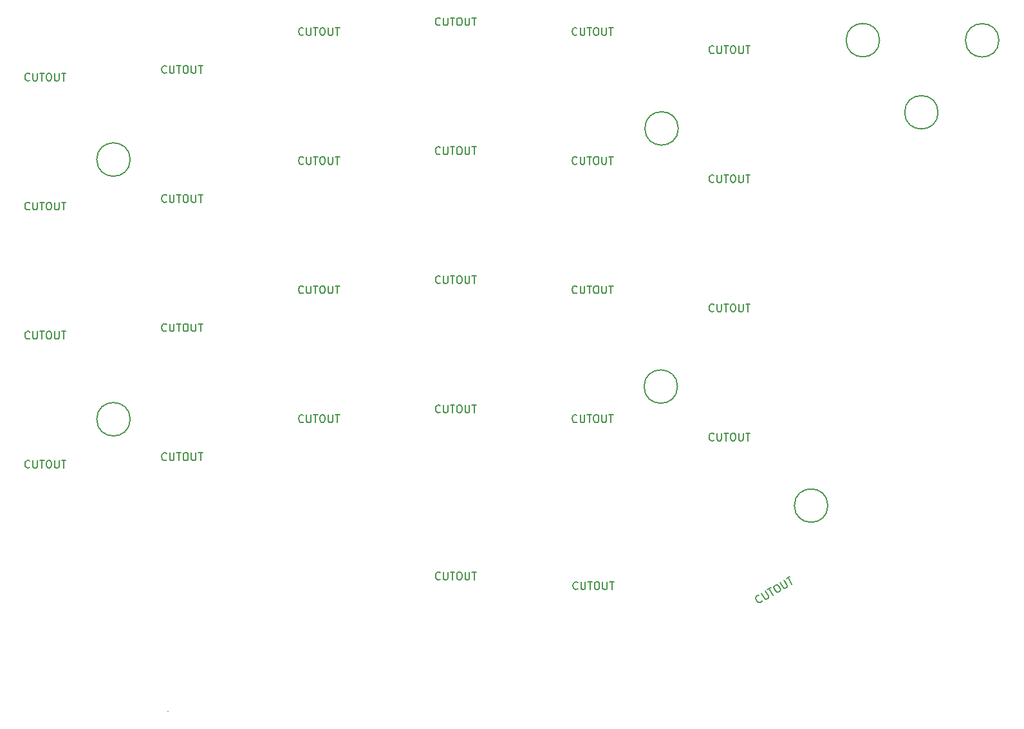
<source format=gbr>
G04 #@! TF.GenerationSoftware,KiCad,Pcbnew,(5.99.0-8557-g8988e46ab1)*
G04 #@! TF.CreationDate,2021-01-24T23:21:13-07:00*
G04 #@! TF.ProjectId,Plate,506c6174-652e-46b6-9963-61645f706362,rev?*
G04 #@! TF.SameCoordinates,PX85099e0PY51bada0*
G04 #@! TF.FileFunction,Other,Comment*
%FSLAX46Y46*%
G04 Gerber Fmt 4.6, Leading zero omitted, Abs format (unit mm)*
G04 Created by KiCad (PCBNEW (5.99.0-8557-g8988e46ab1)) date 2021-01-24 23:21:13*
%MOMM*%
%LPD*%
G01*
G04 APERTURE LIST*
%ADD10C,0.100000*%
%ADD11C,0.150000*%
G04 APERTURE END LIST*
D10*
X-28568573Y-52477449D02*
X-28419453Y-52487449D01*
D11*
X43349190Y34242858D02*
X43301571Y34195239D01*
X43158714Y34147620D01*
X43063476Y34147620D01*
X42920619Y34195239D01*
X42825380Y34290477D01*
X42777761Y34385715D01*
X42730142Y34576191D01*
X42730142Y34719048D01*
X42777761Y34909524D01*
X42825380Y35004762D01*
X42920619Y35100000D01*
X43063476Y35147620D01*
X43158714Y35147620D01*
X43301571Y35100000D01*
X43349190Y35052381D01*
X43777761Y35147620D02*
X43777761Y34338096D01*
X43825380Y34242858D01*
X43873000Y34195239D01*
X43968238Y34147620D01*
X44158714Y34147620D01*
X44253952Y34195239D01*
X44301571Y34242858D01*
X44349190Y34338096D01*
X44349190Y35147620D01*
X44682523Y35147620D02*
X45253952Y35147620D01*
X44968238Y34147620D02*
X44968238Y35147620D01*
X45777761Y35147620D02*
X45968238Y35147620D01*
X46063476Y35100000D01*
X46158714Y35004762D01*
X46206333Y34814286D01*
X46206333Y34480953D01*
X46158714Y34290477D01*
X46063476Y34195239D01*
X45968238Y34147620D01*
X45777761Y34147620D01*
X45682523Y34195239D01*
X45587285Y34290477D01*
X45539666Y34480953D01*
X45539666Y34814286D01*
X45587285Y35004762D01*
X45682523Y35100000D01*
X45777761Y35147620D01*
X46634904Y35147620D02*
X46634904Y34338096D01*
X46682523Y34242858D01*
X46730142Y34195239D01*
X46825380Y34147620D01*
X47015857Y34147620D01*
X47111095Y34195239D01*
X47158714Y34242858D01*
X47206333Y34338096D01*
X47206333Y35147620D01*
X47539666Y35147620D02*
X48111095Y35147620D01*
X47825380Y34147620D02*
X47825380Y35147620D01*
X25349190Y36642858D02*
X25301571Y36595239D01*
X25158714Y36547620D01*
X25063476Y36547620D01*
X24920619Y36595239D01*
X24825380Y36690477D01*
X24777761Y36785715D01*
X24730142Y36976191D01*
X24730142Y37119048D01*
X24777761Y37309524D01*
X24825380Y37404762D01*
X24920619Y37500000D01*
X25063476Y37547620D01*
X25158714Y37547620D01*
X25301571Y37500000D01*
X25349190Y37452381D01*
X25777761Y37547620D02*
X25777761Y36738096D01*
X25825380Y36642858D01*
X25873000Y36595239D01*
X25968238Y36547620D01*
X26158714Y36547620D01*
X26253952Y36595239D01*
X26301571Y36642858D01*
X26349190Y36738096D01*
X26349190Y37547620D01*
X26682523Y37547620D02*
X27253952Y37547620D01*
X26968238Y36547620D02*
X26968238Y37547620D01*
X27777761Y37547620D02*
X27968238Y37547620D01*
X28063476Y37500000D01*
X28158714Y37404762D01*
X28206333Y37214286D01*
X28206333Y36880953D01*
X28158714Y36690477D01*
X28063476Y36595239D01*
X27968238Y36547620D01*
X27777761Y36547620D01*
X27682523Y36595239D01*
X27587285Y36690477D01*
X27539666Y36880953D01*
X27539666Y37214286D01*
X27587285Y37404762D01*
X27682523Y37500000D01*
X27777761Y37547620D01*
X28634904Y37547620D02*
X28634904Y36738096D01*
X28682523Y36642858D01*
X28730142Y36595239D01*
X28825380Y36547620D01*
X29015857Y36547620D01*
X29111095Y36595239D01*
X29158714Y36642858D01*
X29206333Y36738096D01*
X29206333Y37547620D01*
X29539666Y37547620D02*
X30111095Y37547620D01*
X29825380Y36547620D02*
X29825380Y37547620D01*
X-10650810Y36642858D02*
X-10698429Y36595239D01*
X-10841286Y36547620D01*
X-10936524Y36547620D01*
X-11079381Y36595239D01*
X-11174620Y36690477D01*
X-11222239Y36785715D01*
X-11269858Y36976191D01*
X-11269858Y37119048D01*
X-11222239Y37309524D01*
X-11174620Y37404762D01*
X-11079381Y37500000D01*
X-10936524Y37547620D01*
X-10841286Y37547620D01*
X-10698429Y37500000D01*
X-10650810Y37452381D01*
X-10222239Y37547620D02*
X-10222239Y36738096D01*
X-10174620Y36642858D01*
X-10127000Y36595239D01*
X-10031762Y36547620D01*
X-9841286Y36547620D01*
X-9746048Y36595239D01*
X-9698429Y36642858D01*
X-9650810Y36738096D01*
X-9650810Y37547620D01*
X-9317477Y37547620D02*
X-8746048Y37547620D01*
X-9031762Y36547620D02*
X-9031762Y37547620D01*
X-8222239Y37547620D02*
X-8031762Y37547620D01*
X-7936524Y37500000D01*
X-7841286Y37404762D01*
X-7793667Y37214286D01*
X-7793667Y36880953D01*
X-7841286Y36690477D01*
X-7936524Y36595239D01*
X-8031762Y36547620D01*
X-8222239Y36547620D01*
X-8317477Y36595239D01*
X-8412715Y36690477D01*
X-8460334Y36880953D01*
X-8460334Y37214286D01*
X-8412715Y37404762D01*
X-8317477Y37500000D01*
X-8222239Y37547620D01*
X-7365096Y37547620D02*
X-7365096Y36738096D01*
X-7317477Y36642858D01*
X-7269858Y36595239D01*
X-7174620Y36547620D01*
X-6984143Y36547620D01*
X-6888905Y36595239D01*
X-6841286Y36642858D01*
X-6793667Y36738096D01*
X-6793667Y37547620D01*
X-6460334Y37547620D02*
X-5888905Y37547620D01*
X-6174620Y36547620D02*
X-6174620Y37547620D01*
X-28650810Y31642858D02*
X-28698429Y31595239D01*
X-28841286Y31547620D01*
X-28936524Y31547620D01*
X-29079381Y31595239D01*
X-29174620Y31690477D01*
X-29222239Y31785715D01*
X-29269858Y31976191D01*
X-29269858Y32119048D01*
X-29222239Y32309524D01*
X-29174620Y32404762D01*
X-29079381Y32500000D01*
X-28936524Y32547620D01*
X-28841286Y32547620D01*
X-28698429Y32500000D01*
X-28650810Y32452381D01*
X-28222239Y32547620D02*
X-28222239Y31738096D01*
X-28174620Y31642858D01*
X-28127000Y31595239D01*
X-28031762Y31547620D01*
X-27841286Y31547620D01*
X-27746048Y31595239D01*
X-27698429Y31642858D01*
X-27650810Y31738096D01*
X-27650810Y32547620D01*
X-27317477Y32547620D02*
X-26746048Y32547620D01*
X-27031762Y31547620D02*
X-27031762Y32547620D01*
X-26222239Y32547620D02*
X-26031762Y32547620D01*
X-25936524Y32500000D01*
X-25841286Y32404762D01*
X-25793667Y32214286D01*
X-25793667Y31880953D01*
X-25841286Y31690477D01*
X-25936524Y31595239D01*
X-26031762Y31547620D01*
X-26222239Y31547620D01*
X-26317477Y31595239D01*
X-26412715Y31690477D01*
X-26460334Y31880953D01*
X-26460334Y32214286D01*
X-26412715Y32404762D01*
X-26317477Y32500000D01*
X-26222239Y32547620D01*
X-25365096Y32547620D02*
X-25365096Y31738096D01*
X-25317477Y31642858D01*
X-25269858Y31595239D01*
X-25174620Y31547620D01*
X-24984143Y31547620D01*
X-24888905Y31595239D01*
X-24841286Y31642858D01*
X-24793667Y31738096D01*
X-24793667Y32547620D01*
X-24460334Y32547620D02*
X-23888905Y32547620D01*
X-24174620Y31547620D02*
X-24174620Y32547620D01*
X-46650810Y30642858D02*
X-46698429Y30595239D01*
X-46841286Y30547620D01*
X-46936524Y30547620D01*
X-47079381Y30595239D01*
X-47174620Y30690477D01*
X-47222239Y30785715D01*
X-47269858Y30976191D01*
X-47269858Y31119048D01*
X-47222239Y31309524D01*
X-47174620Y31404762D01*
X-47079381Y31500000D01*
X-46936524Y31547620D01*
X-46841286Y31547620D01*
X-46698429Y31500000D01*
X-46650810Y31452381D01*
X-46222239Y31547620D02*
X-46222239Y30738096D01*
X-46174620Y30642858D01*
X-46127000Y30595239D01*
X-46031762Y30547620D01*
X-45841286Y30547620D01*
X-45746048Y30595239D01*
X-45698429Y30642858D01*
X-45650810Y30738096D01*
X-45650810Y31547620D01*
X-45317477Y31547620D02*
X-44746048Y31547620D01*
X-45031762Y30547620D02*
X-45031762Y31547620D01*
X-44222239Y31547620D02*
X-44031762Y31547620D01*
X-43936524Y31500000D01*
X-43841286Y31404762D01*
X-43793667Y31214286D01*
X-43793667Y30880953D01*
X-43841286Y30690477D01*
X-43936524Y30595239D01*
X-44031762Y30547620D01*
X-44222239Y30547620D01*
X-44317477Y30595239D01*
X-44412715Y30690477D01*
X-44460334Y30880953D01*
X-44460334Y31214286D01*
X-44412715Y31404762D01*
X-44317477Y31500000D01*
X-44222239Y31547620D01*
X-43365096Y31547620D02*
X-43365096Y30738096D01*
X-43317477Y30642858D01*
X-43269858Y30595239D01*
X-43174620Y30547620D01*
X-42984143Y30547620D01*
X-42888905Y30595239D01*
X-42841286Y30642858D01*
X-42793667Y30738096D01*
X-42793667Y31547620D01*
X-42460334Y31547620D02*
X-41888905Y31547620D01*
X-42174620Y30547620D02*
X-42174620Y31547620D01*
X43349190Y17242858D02*
X43301571Y17195239D01*
X43158714Y17147620D01*
X43063476Y17147620D01*
X42920619Y17195239D01*
X42825380Y17290477D01*
X42777761Y17385715D01*
X42730142Y17576191D01*
X42730142Y17719048D01*
X42777761Y17909524D01*
X42825380Y18004762D01*
X42920619Y18100000D01*
X43063476Y18147620D01*
X43158714Y18147620D01*
X43301571Y18100000D01*
X43349190Y18052381D01*
X43777761Y18147620D02*
X43777761Y17338096D01*
X43825380Y17242858D01*
X43873000Y17195239D01*
X43968238Y17147620D01*
X44158714Y17147620D01*
X44253952Y17195239D01*
X44301571Y17242858D01*
X44349190Y17338096D01*
X44349190Y18147620D01*
X44682523Y18147620D02*
X45253952Y18147620D01*
X44968238Y17147620D02*
X44968238Y18147620D01*
X45777761Y18147620D02*
X45968238Y18147620D01*
X46063476Y18100000D01*
X46158714Y18004762D01*
X46206333Y17814286D01*
X46206333Y17480953D01*
X46158714Y17290477D01*
X46063476Y17195239D01*
X45968238Y17147620D01*
X45777761Y17147620D01*
X45682523Y17195239D01*
X45587285Y17290477D01*
X45539666Y17480953D01*
X45539666Y17814286D01*
X45587285Y18004762D01*
X45682523Y18100000D01*
X45777761Y18147620D01*
X46634904Y18147620D02*
X46634904Y17338096D01*
X46682523Y17242858D01*
X46730142Y17195239D01*
X46825380Y17147620D01*
X47015857Y17147620D01*
X47111095Y17195239D01*
X47158714Y17242858D01*
X47206333Y17338096D01*
X47206333Y18147620D01*
X47539666Y18147620D02*
X48111095Y18147620D01*
X47825380Y17147620D02*
X47825380Y18147620D01*
X25349190Y19642858D02*
X25301571Y19595239D01*
X25158714Y19547620D01*
X25063476Y19547620D01*
X24920619Y19595239D01*
X24825380Y19690477D01*
X24777761Y19785715D01*
X24730142Y19976191D01*
X24730142Y20119048D01*
X24777761Y20309524D01*
X24825380Y20404762D01*
X24920619Y20500000D01*
X25063476Y20547620D01*
X25158714Y20547620D01*
X25301571Y20500000D01*
X25349190Y20452381D01*
X25777761Y20547620D02*
X25777761Y19738096D01*
X25825380Y19642858D01*
X25873000Y19595239D01*
X25968238Y19547620D01*
X26158714Y19547620D01*
X26253952Y19595239D01*
X26301571Y19642858D01*
X26349190Y19738096D01*
X26349190Y20547620D01*
X26682523Y20547620D02*
X27253952Y20547620D01*
X26968238Y19547620D02*
X26968238Y20547620D01*
X27777761Y20547620D02*
X27968238Y20547620D01*
X28063476Y20500000D01*
X28158714Y20404762D01*
X28206333Y20214286D01*
X28206333Y19880953D01*
X28158714Y19690477D01*
X28063476Y19595239D01*
X27968238Y19547620D01*
X27777761Y19547620D01*
X27682523Y19595239D01*
X27587285Y19690477D01*
X27539666Y19880953D01*
X27539666Y20214286D01*
X27587285Y20404762D01*
X27682523Y20500000D01*
X27777761Y20547620D01*
X28634904Y20547620D02*
X28634904Y19738096D01*
X28682523Y19642858D01*
X28730142Y19595239D01*
X28825380Y19547620D01*
X29015857Y19547620D01*
X29111095Y19595239D01*
X29158714Y19642858D01*
X29206333Y19738096D01*
X29206333Y20547620D01*
X29539666Y20547620D02*
X30111095Y20547620D01*
X29825380Y19547620D02*
X29825380Y20547620D01*
X7349190Y20942858D02*
X7301571Y20895239D01*
X7158714Y20847620D01*
X7063476Y20847620D01*
X6920619Y20895239D01*
X6825380Y20990477D01*
X6777761Y21085715D01*
X6730142Y21276191D01*
X6730142Y21419048D01*
X6777761Y21609524D01*
X6825380Y21704762D01*
X6920619Y21800000D01*
X7063476Y21847620D01*
X7158714Y21847620D01*
X7301571Y21800000D01*
X7349190Y21752381D01*
X7777761Y21847620D02*
X7777761Y21038096D01*
X7825380Y20942858D01*
X7873000Y20895239D01*
X7968238Y20847620D01*
X8158714Y20847620D01*
X8253952Y20895239D01*
X8301571Y20942858D01*
X8349190Y21038096D01*
X8349190Y21847620D01*
X8682523Y21847620D02*
X9253952Y21847620D01*
X8968238Y20847620D02*
X8968238Y21847620D01*
X9777761Y21847620D02*
X9968238Y21847620D01*
X10063476Y21800000D01*
X10158714Y21704762D01*
X10206333Y21514286D01*
X10206333Y21180953D01*
X10158714Y20990477D01*
X10063476Y20895239D01*
X9968238Y20847620D01*
X9777761Y20847620D01*
X9682523Y20895239D01*
X9587285Y20990477D01*
X9539666Y21180953D01*
X9539666Y21514286D01*
X9587285Y21704762D01*
X9682523Y21800000D01*
X9777761Y21847620D01*
X10634904Y21847620D02*
X10634904Y21038096D01*
X10682523Y20942858D01*
X10730142Y20895239D01*
X10825380Y20847620D01*
X11015857Y20847620D01*
X11111095Y20895239D01*
X11158714Y20942858D01*
X11206333Y21038096D01*
X11206333Y21847620D01*
X11539666Y21847620D02*
X12111095Y21847620D01*
X11825380Y20847620D02*
X11825380Y21847620D01*
X-10650810Y19642858D02*
X-10698429Y19595239D01*
X-10841286Y19547620D01*
X-10936524Y19547620D01*
X-11079381Y19595239D01*
X-11174620Y19690477D01*
X-11222239Y19785715D01*
X-11269858Y19976191D01*
X-11269858Y20119048D01*
X-11222239Y20309524D01*
X-11174620Y20404762D01*
X-11079381Y20500000D01*
X-10936524Y20547620D01*
X-10841286Y20547620D01*
X-10698429Y20500000D01*
X-10650810Y20452381D01*
X-10222239Y20547620D02*
X-10222239Y19738096D01*
X-10174620Y19642858D01*
X-10127000Y19595239D01*
X-10031762Y19547620D01*
X-9841286Y19547620D01*
X-9746048Y19595239D01*
X-9698429Y19642858D01*
X-9650810Y19738096D01*
X-9650810Y20547620D01*
X-9317477Y20547620D02*
X-8746048Y20547620D01*
X-9031762Y19547620D02*
X-9031762Y20547620D01*
X-8222239Y20547620D02*
X-8031762Y20547620D01*
X-7936524Y20500000D01*
X-7841286Y20404762D01*
X-7793667Y20214286D01*
X-7793667Y19880953D01*
X-7841286Y19690477D01*
X-7936524Y19595239D01*
X-8031762Y19547620D01*
X-8222239Y19547620D01*
X-8317477Y19595239D01*
X-8412715Y19690477D01*
X-8460334Y19880953D01*
X-8460334Y20214286D01*
X-8412715Y20404762D01*
X-8317477Y20500000D01*
X-8222239Y20547620D01*
X-7365096Y20547620D02*
X-7365096Y19738096D01*
X-7317477Y19642858D01*
X-7269858Y19595239D01*
X-7174620Y19547620D01*
X-6984143Y19547620D01*
X-6888905Y19595239D01*
X-6841286Y19642858D01*
X-6793667Y19738096D01*
X-6793667Y20547620D01*
X-6460334Y20547620D02*
X-5888905Y20547620D01*
X-6174620Y19547620D02*
X-6174620Y20547620D01*
X-46650810Y13642858D02*
X-46698429Y13595239D01*
X-46841286Y13547620D01*
X-46936524Y13547620D01*
X-47079381Y13595239D01*
X-47174620Y13690477D01*
X-47222239Y13785715D01*
X-47269858Y13976191D01*
X-47269858Y14119048D01*
X-47222239Y14309524D01*
X-47174620Y14404762D01*
X-47079381Y14500000D01*
X-46936524Y14547620D01*
X-46841286Y14547620D01*
X-46698429Y14500000D01*
X-46650810Y14452381D01*
X-46222239Y14547620D02*
X-46222239Y13738096D01*
X-46174620Y13642858D01*
X-46127000Y13595239D01*
X-46031762Y13547620D01*
X-45841286Y13547620D01*
X-45746048Y13595239D01*
X-45698429Y13642858D01*
X-45650810Y13738096D01*
X-45650810Y14547620D01*
X-45317477Y14547620D02*
X-44746048Y14547620D01*
X-45031762Y13547620D02*
X-45031762Y14547620D01*
X-44222239Y14547620D02*
X-44031762Y14547620D01*
X-43936524Y14500000D01*
X-43841286Y14404762D01*
X-43793667Y14214286D01*
X-43793667Y13880953D01*
X-43841286Y13690477D01*
X-43936524Y13595239D01*
X-44031762Y13547620D01*
X-44222239Y13547620D01*
X-44317477Y13595239D01*
X-44412715Y13690477D01*
X-44460334Y13880953D01*
X-44460334Y14214286D01*
X-44412715Y14404762D01*
X-44317477Y14500000D01*
X-44222239Y14547620D01*
X-43365096Y14547620D02*
X-43365096Y13738096D01*
X-43317477Y13642858D01*
X-43269858Y13595239D01*
X-43174620Y13547620D01*
X-42984143Y13547620D01*
X-42888905Y13595239D01*
X-42841286Y13642858D01*
X-42793667Y13738096D01*
X-42793667Y14547620D01*
X-42460334Y14547620D02*
X-41888905Y14547620D01*
X-42174620Y13547620D02*
X-42174620Y14547620D01*
X25349190Y2642858D02*
X25301571Y2595239D01*
X25158714Y2547620D01*
X25063476Y2547620D01*
X24920619Y2595239D01*
X24825380Y2690477D01*
X24777761Y2785715D01*
X24730142Y2976191D01*
X24730142Y3119048D01*
X24777761Y3309524D01*
X24825380Y3404762D01*
X24920619Y3500000D01*
X25063476Y3547620D01*
X25158714Y3547620D01*
X25301571Y3500000D01*
X25349190Y3452381D01*
X25777761Y3547620D02*
X25777761Y2738096D01*
X25825380Y2642858D01*
X25873000Y2595239D01*
X25968238Y2547620D01*
X26158714Y2547620D01*
X26253952Y2595239D01*
X26301571Y2642858D01*
X26349190Y2738096D01*
X26349190Y3547620D01*
X26682523Y3547620D02*
X27253952Y3547620D01*
X26968238Y2547620D02*
X26968238Y3547620D01*
X27777761Y3547620D02*
X27968238Y3547620D01*
X28063476Y3500000D01*
X28158714Y3404762D01*
X28206333Y3214286D01*
X28206333Y2880953D01*
X28158714Y2690477D01*
X28063476Y2595239D01*
X27968238Y2547620D01*
X27777761Y2547620D01*
X27682523Y2595239D01*
X27587285Y2690477D01*
X27539666Y2880953D01*
X27539666Y3214286D01*
X27587285Y3404762D01*
X27682523Y3500000D01*
X27777761Y3547620D01*
X28634904Y3547620D02*
X28634904Y2738096D01*
X28682523Y2642858D01*
X28730142Y2595239D01*
X28825380Y2547620D01*
X29015857Y2547620D01*
X29111095Y2595239D01*
X29158714Y2642858D01*
X29206333Y2738096D01*
X29206333Y3547620D01*
X29539666Y3547620D02*
X30111095Y3547620D01*
X29825380Y2547620D02*
X29825380Y3547620D01*
X7349190Y3942858D02*
X7301571Y3895239D01*
X7158714Y3847620D01*
X7063476Y3847620D01*
X6920619Y3895239D01*
X6825380Y3990477D01*
X6777761Y4085715D01*
X6730142Y4276191D01*
X6730142Y4419048D01*
X6777761Y4609524D01*
X6825380Y4704762D01*
X6920619Y4800000D01*
X7063476Y4847620D01*
X7158714Y4847620D01*
X7301571Y4800000D01*
X7349190Y4752381D01*
X7777761Y4847620D02*
X7777761Y4038096D01*
X7825380Y3942858D01*
X7873000Y3895239D01*
X7968238Y3847620D01*
X8158714Y3847620D01*
X8253952Y3895239D01*
X8301571Y3942858D01*
X8349190Y4038096D01*
X8349190Y4847620D01*
X8682523Y4847620D02*
X9253952Y4847620D01*
X8968238Y3847620D02*
X8968238Y4847620D01*
X9777761Y4847620D02*
X9968238Y4847620D01*
X10063476Y4800000D01*
X10158714Y4704762D01*
X10206333Y4514286D01*
X10206333Y4180953D01*
X10158714Y3990477D01*
X10063476Y3895239D01*
X9968238Y3847620D01*
X9777761Y3847620D01*
X9682523Y3895239D01*
X9587285Y3990477D01*
X9539666Y4180953D01*
X9539666Y4514286D01*
X9587285Y4704762D01*
X9682523Y4800000D01*
X9777761Y4847620D01*
X10634904Y4847620D02*
X10634904Y4038096D01*
X10682523Y3942858D01*
X10730142Y3895239D01*
X10825380Y3847620D01*
X11015857Y3847620D01*
X11111095Y3895239D01*
X11158714Y3942858D01*
X11206333Y4038096D01*
X11206333Y4847620D01*
X11539666Y4847620D02*
X12111095Y4847620D01*
X11825380Y3847620D02*
X11825380Y4847620D01*
X-10650810Y2642858D02*
X-10698429Y2595239D01*
X-10841286Y2547620D01*
X-10936524Y2547620D01*
X-11079381Y2595239D01*
X-11174620Y2690477D01*
X-11222239Y2785715D01*
X-11269858Y2976191D01*
X-11269858Y3119048D01*
X-11222239Y3309524D01*
X-11174620Y3404762D01*
X-11079381Y3500000D01*
X-10936524Y3547620D01*
X-10841286Y3547620D01*
X-10698429Y3500000D01*
X-10650810Y3452381D01*
X-10222239Y3547620D02*
X-10222239Y2738096D01*
X-10174620Y2642858D01*
X-10127000Y2595239D01*
X-10031762Y2547620D01*
X-9841286Y2547620D01*
X-9746048Y2595239D01*
X-9698429Y2642858D01*
X-9650810Y2738096D01*
X-9650810Y3547620D01*
X-9317477Y3547620D02*
X-8746048Y3547620D01*
X-9031762Y2547620D02*
X-9031762Y3547620D01*
X-8222239Y3547620D02*
X-8031762Y3547620D01*
X-7936524Y3500000D01*
X-7841286Y3404762D01*
X-7793667Y3214286D01*
X-7793667Y2880953D01*
X-7841286Y2690477D01*
X-7936524Y2595239D01*
X-8031762Y2547620D01*
X-8222239Y2547620D01*
X-8317477Y2595239D01*
X-8412715Y2690477D01*
X-8460334Y2880953D01*
X-8460334Y3214286D01*
X-8412715Y3404762D01*
X-8317477Y3500000D01*
X-8222239Y3547620D01*
X-7365096Y3547620D02*
X-7365096Y2738096D01*
X-7317477Y2642858D01*
X-7269858Y2595239D01*
X-7174620Y2547620D01*
X-6984143Y2547620D01*
X-6888905Y2595239D01*
X-6841286Y2642858D01*
X-6793667Y2738096D01*
X-6793667Y3547620D01*
X-6460334Y3547620D02*
X-5888905Y3547620D01*
X-6174620Y2547620D02*
X-6174620Y3547620D01*
X-28650810Y-2357142D02*
X-28698429Y-2404761D01*
X-28841286Y-2452380D01*
X-28936524Y-2452380D01*
X-29079381Y-2404761D01*
X-29174620Y-2309523D01*
X-29222239Y-2214285D01*
X-29269858Y-2023809D01*
X-29269858Y-1880952D01*
X-29222239Y-1690476D01*
X-29174620Y-1595238D01*
X-29079381Y-1500000D01*
X-28936524Y-1452380D01*
X-28841286Y-1452380D01*
X-28698429Y-1500000D01*
X-28650810Y-1547619D01*
X-28222239Y-1452380D02*
X-28222239Y-2261904D01*
X-28174620Y-2357142D01*
X-28127000Y-2404761D01*
X-28031762Y-2452380D01*
X-27841286Y-2452380D01*
X-27746048Y-2404761D01*
X-27698429Y-2357142D01*
X-27650810Y-2261904D01*
X-27650810Y-1452380D01*
X-27317477Y-1452380D02*
X-26746048Y-1452380D01*
X-27031762Y-2452380D02*
X-27031762Y-1452380D01*
X-26222239Y-1452380D02*
X-26031762Y-1452380D01*
X-25936524Y-1500000D01*
X-25841286Y-1595238D01*
X-25793667Y-1785714D01*
X-25793667Y-2119047D01*
X-25841286Y-2309523D01*
X-25936524Y-2404761D01*
X-26031762Y-2452380D01*
X-26222239Y-2452380D01*
X-26317477Y-2404761D01*
X-26412715Y-2309523D01*
X-26460334Y-2119047D01*
X-26460334Y-1785714D01*
X-26412715Y-1595238D01*
X-26317477Y-1500000D01*
X-26222239Y-1452380D01*
X-25365096Y-1452380D02*
X-25365096Y-2261904D01*
X-25317477Y-2357142D01*
X-25269858Y-2404761D01*
X-25174620Y-2452380D01*
X-24984143Y-2452380D01*
X-24888905Y-2404761D01*
X-24841286Y-2357142D01*
X-24793667Y-2261904D01*
X-24793667Y-1452380D01*
X-24460334Y-1452380D02*
X-23888905Y-1452380D01*
X-24174620Y-2452380D02*
X-24174620Y-1452380D01*
X43349190Y-16757142D02*
X43301571Y-16804761D01*
X43158714Y-16852380D01*
X43063476Y-16852380D01*
X42920619Y-16804761D01*
X42825380Y-16709523D01*
X42777761Y-16614285D01*
X42730142Y-16423809D01*
X42730142Y-16280952D01*
X42777761Y-16090476D01*
X42825380Y-15995238D01*
X42920619Y-15900000D01*
X43063476Y-15852380D01*
X43158714Y-15852380D01*
X43301571Y-15900000D01*
X43349190Y-15947619D01*
X43777761Y-15852380D02*
X43777761Y-16661904D01*
X43825380Y-16757142D01*
X43873000Y-16804761D01*
X43968238Y-16852380D01*
X44158714Y-16852380D01*
X44253952Y-16804761D01*
X44301571Y-16757142D01*
X44349190Y-16661904D01*
X44349190Y-15852380D01*
X44682523Y-15852380D02*
X45253952Y-15852380D01*
X44968238Y-16852380D02*
X44968238Y-15852380D01*
X45777761Y-15852380D02*
X45968238Y-15852380D01*
X46063476Y-15900000D01*
X46158714Y-15995238D01*
X46206333Y-16185714D01*
X46206333Y-16519047D01*
X46158714Y-16709523D01*
X46063476Y-16804761D01*
X45968238Y-16852380D01*
X45777761Y-16852380D01*
X45682523Y-16804761D01*
X45587285Y-16709523D01*
X45539666Y-16519047D01*
X45539666Y-16185714D01*
X45587285Y-15995238D01*
X45682523Y-15900000D01*
X45777761Y-15852380D01*
X46634904Y-15852380D02*
X46634904Y-16661904D01*
X46682523Y-16757142D01*
X46730142Y-16804761D01*
X46825380Y-16852380D01*
X47015857Y-16852380D01*
X47111095Y-16804761D01*
X47158714Y-16757142D01*
X47206333Y-16661904D01*
X47206333Y-15852380D01*
X47539666Y-15852380D02*
X48111095Y-15852380D01*
X47825380Y-16852380D02*
X47825380Y-15852380D01*
X7349190Y-13057142D02*
X7301571Y-13104761D01*
X7158714Y-13152380D01*
X7063476Y-13152380D01*
X6920619Y-13104761D01*
X6825380Y-13009523D01*
X6777761Y-12914285D01*
X6730142Y-12723809D01*
X6730142Y-12580952D01*
X6777761Y-12390476D01*
X6825380Y-12295238D01*
X6920619Y-12200000D01*
X7063476Y-12152380D01*
X7158714Y-12152380D01*
X7301571Y-12200000D01*
X7349190Y-12247619D01*
X7777761Y-12152380D02*
X7777761Y-12961904D01*
X7825380Y-13057142D01*
X7873000Y-13104761D01*
X7968238Y-13152380D01*
X8158714Y-13152380D01*
X8253952Y-13104761D01*
X8301571Y-13057142D01*
X8349190Y-12961904D01*
X8349190Y-12152380D01*
X8682523Y-12152380D02*
X9253952Y-12152380D01*
X8968238Y-13152380D02*
X8968238Y-12152380D01*
X9777761Y-12152380D02*
X9968238Y-12152380D01*
X10063476Y-12200000D01*
X10158714Y-12295238D01*
X10206333Y-12485714D01*
X10206333Y-12819047D01*
X10158714Y-13009523D01*
X10063476Y-13104761D01*
X9968238Y-13152380D01*
X9777761Y-13152380D01*
X9682523Y-13104761D01*
X9587285Y-13009523D01*
X9539666Y-12819047D01*
X9539666Y-12485714D01*
X9587285Y-12295238D01*
X9682523Y-12200000D01*
X9777761Y-12152380D01*
X10634904Y-12152380D02*
X10634904Y-12961904D01*
X10682523Y-13057142D01*
X10730142Y-13104761D01*
X10825380Y-13152380D01*
X11015857Y-13152380D01*
X11111095Y-13104761D01*
X11158714Y-13057142D01*
X11206333Y-12961904D01*
X11206333Y-12152380D01*
X11539666Y-12152380D02*
X12111095Y-12152380D01*
X11825380Y-13152380D02*
X11825380Y-12152380D01*
X-10650810Y-14357142D02*
X-10698429Y-14404761D01*
X-10841286Y-14452380D01*
X-10936524Y-14452380D01*
X-11079381Y-14404761D01*
X-11174620Y-14309523D01*
X-11222239Y-14214285D01*
X-11269858Y-14023809D01*
X-11269858Y-13880952D01*
X-11222239Y-13690476D01*
X-11174620Y-13595238D01*
X-11079381Y-13500000D01*
X-10936524Y-13452380D01*
X-10841286Y-13452380D01*
X-10698429Y-13500000D01*
X-10650810Y-13547619D01*
X-10222239Y-13452380D02*
X-10222239Y-14261904D01*
X-10174620Y-14357142D01*
X-10127000Y-14404761D01*
X-10031762Y-14452380D01*
X-9841286Y-14452380D01*
X-9746048Y-14404761D01*
X-9698429Y-14357142D01*
X-9650810Y-14261904D01*
X-9650810Y-13452380D01*
X-9317477Y-13452380D02*
X-8746048Y-13452380D01*
X-9031762Y-14452380D02*
X-9031762Y-13452380D01*
X-8222239Y-13452380D02*
X-8031762Y-13452380D01*
X-7936524Y-13500000D01*
X-7841286Y-13595238D01*
X-7793667Y-13785714D01*
X-7793667Y-14119047D01*
X-7841286Y-14309523D01*
X-7936524Y-14404761D01*
X-8031762Y-14452380D01*
X-8222239Y-14452380D01*
X-8317477Y-14404761D01*
X-8412715Y-14309523D01*
X-8460334Y-14119047D01*
X-8460334Y-13785714D01*
X-8412715Y-13595238D01*
X-8317477Y-13500000D01*
X-8222239Y-13452380D01*
X-7365096Y-13452380D02*
X-7365096Y-14261904D01*
X-7317477Y-14357142D01*
X-7269858Y-14404761D01*
X-7174620Y-14452380D01*
X-6984143Y-14452380D01*
X-6888905Y-14404761D01*
X-6841286Y-14357142D01*
X-6793667Y-14261904D01*
X-6793667Y-13452380D01*
X-6460334Y-13452380D02*
X-5888905Y-13452380D01*
X-6174620Y-14452380D02*
X-6174620Y-13452380D01*
X-28650810Y-19357142D02*
X-28698429Y-19404761D01*
X-28841286Y-19452380D01*
X-28936524Y-19452380D01*
X-29079381Y-19404761D01*
X-29174620Y-19309523D01*
X-29222239Y-19214285D01*
X-29269858Y-19023809D01*
X-29269858Y-18880952D01*
X-29222239Y-18690476D01*
X-29174620Y-18595238D01*
X-29079381Y-18500000D01*
X-28936524Y-18452380D01*
X-28841286Y-18452380D01*
X-28698429Y-18500000D01*
X-28650810Y-18547619D01*
X-28222239Y-18452380D02*
X-28222239Y-19261904D01*
X-28174620Y-19357142D01*
X-28127000Y-19404761D01*
X-28031762Y-19452380D01*
X-27841286Y-19452380D01*
X-27746048Y-19404761D01*
X-27698429Y-19357142D01*
X-27650810Y-19261904D01*
X-27650810Y-18452380D01*
X-27317477Y-18452380D02*
X-26746048Y-18452380D01*
X-27031762Y-19452380D02*
X-27031762Y-18452380D01*
X-26222239Y-18452380D02*
X-26031762Y-18452380D01*
X-25936524Y-18500000D01*
X-25841286Y-18595238D01*
X-25793667Y-18785714D01*
X-25793667Y-19119047D01*
X-25841286Y-19309523D01*
X-25936524Y-19404761D01*
X-26031762Y-19452380D01*
X-26222239Y-19452380D01*
X-26317477Y-19404761D01*
X-26412715Y-19309523D01*
X-26460334Y-19119047D01*
X-26460334Y-18785714D01*
X-26412715Y-18595238D01*
X-26317477Y-18500000D01*
X-26222239Y-18452380D01*
X-25365096Y-18452380D02*
X-25365096Y-19261904D01*
X-25317477Y-19357142D01*
X-25269858Y-19404761D01*
X-25174620Y-19452380D01*
X-24984143Y-19452380D01*
X-24888905Y-19404761D01*
X-24841286Y-19357142D01*
X-24793667Y-19261904D01*
X-24793667Y-18452380D01*
X-24460334Y-18452380D02*
X-23888905Y-18452380D01*
X-24174620Y-19452380D02*
X-24174620Y-18452380D01*
X-46650810Y-20357142D02*
X-46698429Y-20404761D01*
X-46841286Y-20452380D01*
X-46936524Y-20452380D01*
X-47079381Y-20404761D01*
X-47174620Y-20309523D01*
X-47222239Y-20214285D01*
X-47269858Y-20023809D01*
X-47269858Y-19880952D01*
X-47222239Y-19690476D01*
X-47174620Y-19595238D01*
X-47079381Y-19500000D01*
X-46936524Y-19452380D01*
X-46841286Y-19452380D01*
X-46698429Y-19500000D01*
X-46650810Y-19547619D01*
X-46222239Y-19452380D02*
X-46222239Y-20261904D01*
X-46174620Y-20357142D01*
X-46127000Y-20404761D01*
X-46031762Y-20452380D01*
X-45841286Y-20452380D01*
X-45746048Y-20404761D01*
X-45698429Y-20357142D01*
X-45650810Y-20261904D01*
X-45650810Y-19452380D01*
X-45317477Y-19452380D02*
X-44746048Y-19452380D01*
X-45031762Y-20452380D02*
X-45031762Y-19452380D01*
X-44222239Y-19452380D02*
X-44031762Y-19452380D01*
X-43936524Y-19500000D01*
X-43841286Y-19595238D01*
X-43793667Y-19785714D01*
X-43793667Y-20119047D01*
X-43841286Y-20309523D01*
X-43936524Y-20404761D01*
X-44031762Y-20452380D01*
X-44222239Y-20452380D01*
X-44317477Y-20404761D01*
X-44412715Y-20309523D01*
X-44460334Y-20119047D01*
X-44460334Y-19785714D01*
X-44412715Y-19595238D01*
X-44317477Y-19500000D01*
X-44222239Y-19452380D01*
X-43365096Y-19452380D02*
X-43365096Y-20261904D01*
X-43317477Y-20357142D01*
X-43269858Y-20404761D01*
X-43174620Y-20452380D01*
X-42984143Y-20452380D01*
X-42888905Y-20404761D01*
X-42841286Y-20357142D01*
X-42793667Y-20261904D01*
X-42793667Y-19452380D01*
X-42460334Y-19452380D02*
X-41888905Y-19452380D01*
X-42174620Y-20452380D02*
X-42174620Y-19452380D01*
X43349190Y242858D02*
X43301571Y195239D01*
X43158714Y147620D01*
X43063476Y147620D01*
X42920619Y195239D01*
X42825380Y290477D01*
X42777761Y385715D01*
X42730142Y576191D01*
X42730142Y719048D01*
X42777761Y909524D01*
X42825380Y1004762D01*
X42920619Y1100000D01*
X43063476Y1147620D01*
X43158714Y1147620D01*
X43301571Y1100000D01*
X43349190Y1052381D01*
X43777761Y1147620D02*
X43777761Y338096D01*
X43825380Y242858D01*
X43873000Y195239D01*
X43968238Y147620D01*
X44158714Y147620D01*
X44253952Y195239D01*
X44301571Y242858D01*
X44349190Y338096D01*
X44349190Y1147620D01*
X44682523Y1147620D02*
X45253952Y1147620D01*
X44968238Y147620D02*
X44968238Y1147620D01*
X45777761Y1147620D02*
X45968238Y1147620D01*
X46063476Y1100000D01*
X46158714Y1004762D01*
X46206333Y814286D01*
X46206333Y480953D01*
X46158714Y290477D01*
X46063476Y195239D01*
X45968238Y147620D01*
X45777761Y147620D01*
X45682523Y195239D01*
X45587285Y290477D01*
X45539666Y480953D01*
X45539666Y814286D01*
X45587285Y1004762D01*
X45682523Y1100000D01*
X45777761Y1147620D01*
X46634904Y1147620D02*
X46634904Y338096D01*
X46682523Y242858D01*
X46730142Y195239D01*
X46825380Y147620D01*
X47015857Y147620D01*
X47111095Y195239D01*
X47158714Y242858D01*
X47206333Y338096D01*
X47206333Y1147620D01*
X47539666Y1147620D02*
X48111095Y1147620D01*
X47825380Y147620D02*
X47825380Y1147620D01*
X-28650810Y14642858D02*
X-28698429Y14595239D01*
X-28841286Y14547620D01*
X-28936524Y14547620D01*
X-29079381Y14595239D01*
X-29174620Y14690477D01*
X-29222239Y14785715D01*
X-29269858Y14976191D01*
X-29269858Y15119048D01*
X-29222239Y15309524D01*
X-29174620Y15404762D01*
X-29079381Y15500000D01*
X-28936524Y15547620D01*
X-28841286Y15547620D01*
X-28698429Y15500000D01*
X-28650810Y15452381D01*
X-28222239Y15547620D02*
X-28222239Y14738096D01*
X-28174620Y14642858D01*
X-28127000Y14595239D01*
X-28031762Y14547620D01*
X-27841286Y14547620D01*
X-27746048Y14595239D01*
X-27698429Y14642858D01*
X-27650810Y14738096D01*
X-27650810Y15547620D01*
X-27317477Y15547620D02*
X-26746048Y15547620D01*
X-27031762Y14547620D02*
X-27031762Y15547620D01*
X-26222239Y15547620D02*
X-26031762Y15547620D01*
X-25936524Y15500000D01*
X-25841286Y15404762D01*
X-25793667Y15214286D01*
X-25793667Y14880953D01*
X-25841286Y14690477D01*
X-25936524Y14595239D01*
X-26031762Y14547620D01*
X-26222239Y14547620D01*
X-26317477Y14595239D01*
X-26412715Y14690477D01*
X-26460334Y14880953D01*
X-26460334Y15214286D01*
X-26412715Y15404762D01*
X-26317477Y15500000D01*
X-26222239Y15547620D01*
X-25365096Y15547620D02*
X-25365096Y14738096D01*
X-25317477Y14642858D01*
X-25269858Y14595239D01*
X-25174620Y14547620D01*
X-24984143Y14547620D01*
X-24888905Y14595239D01*
X-24841286Y14642858D01*
X-24793667Y14738096D01*
X-24793667Y15547620D01*
X-24460334Y15547620D02*
X-23888905Y15547620D01*
X-24174620Y14547620D02*
X-24174620Y15547620D01*
X-46650810Y-3357142D02*
X-46698429Y-3404761D01*
X-46841286Y-3452380D01*
X-46936524Y-3452380D01*
X-47079381Y-3404761D01*
X-47174620Y-3309523D01*
X-47222239Y-3214285D01*
X-47269858Y-3023809D01*
X-47269858Y-2880952D01*
X-47222239Y-2690476D01*
X-47174620Y-2595238D01*
X-47079381Y-2500000D01*
X-46936524Y-2452380D01*
X-46841286Y-2452380D01*
X-46698429Y-2500000D01*
X-46650810Y-2547619D01*
X-46222239Y-2452380D02*
X-46222239Y-3261904D01*
X-46174620Y-3357142D01*
X-46127000Y-3404761D01*
X-46031762Y-3452380D01*
X-45841286Y-3452380D01*
X-45746048Y-3404761D01*
X-45698429Y-3357142D01*
X-45650810Y-3261904D01*
X-45650810Y-2452380D01*
X-45317477Y-2452380D02*
X-44746048Y-2452380D01*
X-45031762Y-3452380D02*
X-45031762Y-2452380D01*
X-44222239Y-2452380D02*
X-44031762Y-2452380D01*
X-43936524Y-2500000D01*
X-43841286Y-2595238D01*
X-43793667Y-2785714D01*
X-43793667Y-3119047D01*
X-43841286Y-3309523D01*
X-43936524Y-3404761D01*
X-44031762Y-3452380D01*
X-44222239Y-3452380D01*
X-44317477Y-3404761D01*
X-44412715Y-3309523D01*
X-44460334Y-3119047D01*
X-44460334Y-2785714D01*
X-44412715Y-2595238D01*
X-44317477Y-2500000D01*
X-44222239Y-2452380D01*
X-43365096Y-2452380D02*
X-43365096Y-3261904D01*
X-43317477Y-3357142D01*
X-43269858Y-3404761D01*
X-43174620Y-3452380D01*
X-42984143Y-3452380D01*
X-42888905Y-3404761D01*
X-42841286Y-3357142D01*
X-42793667Y-3261904D01*
X-42793667Y-2452380D01*
X-42460334Y-2452380D02*
X-41888905Y-2452380D01*
X-42174620Y-3452380D02*
X-42174620Y-2452380D01*
X7349190Y-35057142D02*
X7301571Y-35104761D01*
X7158714Y-35152380D01*
X7063476Y-35152380D01*
X6920619Y-35104761D01*
X6825380Y-35009523D01*
X6777761Y-34914285D01*
X6730142Y-34723809D01*
X6730142Y-34580952D01*
X6777761Y-34390476D01*
X6825380Y-34295238D01*
X6920619Y-34200000D01*
X7063476Y-34152380D01*
X7158714Y-34152380D01*
X7301571Y-34200000D01*
X7349190Y-34247619D01*
X7777761Y-34152380D02*
X7777761Y-34961904D01*
X7825380Y-35057142D01*
X7873000Y-35104761D01*
X7968238Y-35152380D01*
X8158714Y-35152380D01*
X8253952Y-35104761D01*
X8301571Y-35057142D01*
X8349190Y-34961904D01*
X8349190Y-34152380D01*
X8682523Y-34152380D02*
X9253952Y-34152380D01*
X8968238Y-35152380D02*
X8968238Y-34152380D01*
X9777761Y-34152380D02*
X9968238Y-34152380D01*
X10063476Y-34200000D01*
X10158714Y-34295238D01*
X10206333Y-34485714D01*
X10206333Y-34819047D01*
X10158714Y-35009523D01*
X10063476Y-35104761D01*
X9968238Y-35152380D01*
X9777761Y-35152380D01*
X9682523Y-35104761D01*
X9587285Y-35009523D01*
X9539666Y-34819047D01*
X9539666Y-34485714D01*
X9587285Y-34295238D01*
X9682523Y-34200000D01*
X9777761Y-34152380D01*
X10634904Y-34152380D02*
X10634904Y-34961904D01*
X10682523Y-35057142D01*
X10730142Y-35104761D01*
X10825380Y-35152380D01*
X11015857Y-35152380D01*
X11111095Y-35104761D01*
X11158714Y-35057142D01*
X11206333Y-34961904D01*
X11206333Y-34152380D01*
X11539666Y-34152380D02*
X12111095Y-34152380D01*
X11825380Y-35152380D02*
X11825380Y-34152380D01*
X7349190Y37942858D02*
X7301571Y37895239D01*
X7158714Y37847620D01*
X7063476Y37847620D01*
X6920619Y37895239D01*
X6825380Y37990477D01*
X6777761Y38085715D01*
X6730142Y38276191D01*
X6730142Y38419048D01*
X6777761Y38609524D01*
X6825380Y38704762D01*
X6920619Y38800000D01*
X7063476Y38847620D01*
X7158714Y38847620D01*
X7301571Y38800000D01*
X7349190Y38752381D01*
X7777761Y38847620D02*
X7777761Y38038096D01*
X7825380Y37942858D01*
X7873000Y37895239D01*
X7968238Y37847620D01*
X8158714Y37847620D01*
X8253952Y37895239D01*
X8301571Y37942858D01*
X8349190Y38038096D01*
X8349190Y38847620D01*
X8682523Y38847620D02*
X9253952Y38847620D01*
X8968238Y37847620D02*
X8968238Y38847620D01*
X9777761Y38847620D02*
X9968238Y38847620D01*
X10063476Y38800000D01*
X10158714Y38704762D01*
X10206333Y38514286D01*
X10206333Y38180953D01*
X10158714Y37990477D01*
X10063476Y37895239D01*
X9968238Y37847620D01*
X9777761Y37847620D01*
X9682523Y37895239D01*
X9587285Y37990477D01*
X9539666Y38180953D01*
X9539666Y38514286D01*
X9587285Y38704762D01*
X9682523Y38800000D01*
X9777761Y38847620D01*
X10634904Y38847620D02*
X10634904Y38038096D01*
X10682523Y37942858D01*
X10730142Y37895239D01*
X10825380Y37847620D01*
X11015857Y37847620D01*
X11111095Y37895239D01*
X11158714Y37942858D01*
X11206333Y38038096D01*
X11206333Y38847620D01*
X11539666Y38847620D02*
X12111095Y38847620D01*
X11825380Y37847620D02*
X11825380Y38847620D01*
X25349190Y-14357142D02*
X25301571Y-14404761D01*
X25158714Y-14452380D01*
X25063476Y-14452380D01*
X24920619Y-14404761D01*
X24825380Y-14309523D01*
X24777761Y-14214285D01*
X24730142Y-14023809D01*
X24730142Y-13880952D01*
X24777761Y-13690476D01*
X24825380Y-13595238D01*
X24920619Y-13500000D01*
X25063476Y-13452380D01*
X25158714Y-13452380D01*
X25301571Y-13500000D01*
X25349190Y-13547619D01*
X25777761Y-13452380D02*
X25777761Y-14261904D01*
X25825380Y-14357142D01*
X25873000Y-14404761D01*
X25968238Y-14452380D01*
X26158714Y-14452380D01*
X26253952Y-14404761D01*
X26301571Y-14357142D01*
X26349190Y-14261904D01*
X26349190Y-13452380D01*
X26682523Y-13452380D02*
X27253952Y-13452380D01*
X26968238Y-14452380D02*
X26968238Y-13452380D01*
X27777761Y-13452380D02*
X27968238Y-13452380D01*
X28063476Y-13500000D01*
X28158714Y-13595238D01*
X28206333Y-13785714D01*
X28206333Y-14119047D01*
X28158714Y-14309523D01*
X28063476Y-14404761D01*
X27968238Y-14452380D01*
X27777761Y-14452380D01*
X27682523Y-14404761D01*
X27587285Y-14309523D01*
X27539666Y-14119047D01*
X27539666Y-13785714D01*
X27587285Y-13595238D01*
X27682523Y-13500000D01*
X27777761Y-13452380D01*
X28634904Y-13452380D02*
X28634904Y-14261904D01*
X28682523Y-14357142D01*
X28730142Y-14404761D01*
X28825380Y-14452380D01*
X29015857Y-14452380D01*
X29111095Y-14404761D01*
X29158714Y-14357142D01*
X29206333Y-14261904D01*
X29206333Y-13452380D01*
X29539666Y-13452380D02*
X30111095Y-13452380D01*
X29825380Y-14452380D02*
X29825380Y-13452380D01*
X49698900Y-37923123D02*
X49681471Y-37988172D01*
X49581562Y-38100840D01*
X49499084Y-38148459D01*
X49351556Y-38178648D01*
X49221459Y-38143789D01*
X49132600Y-38085119D01*
X48996123Y-37943972D01*
X48924694Y-37820254D01*
X48870695Y-37631487D01*
X48864316Y-37525199D01*
X48899175Y-37395101D01*
X48999084Y-37282433D01*
X49081562Y-37234814D01*
X49229090Y-37204625D01*
X49294139Y-37222055D01*
X49617673Y-36925291D02*
X50022435Y-37626359D01*
X50111294Y-37685028D01*
X50176342Y-37702458D01*
X50282630Y-37696078D01*
X50447588Y-37600840D01*
X50506257Y-37511981D01*
X50523687Y-37446933D01*
X50517307Y-37340644D01*
X50112545Y-36639576D01*
X50401220Y-36472910D02*
X50896092Y-36187195D01*
X51148656Y-37196078D02*
X50648656Y-36330052D01*
X51349724Y-35925291D02*
X51514681Y-35830052D01*
X51620969Y-35823673D01*
X51751067Y-35858532D01*
X51887544Y-35999680D01*
X52054211Y-36288355D01*
X52108210Y-36477122D01*
X52073350Y-36607219D01*
X52014681Y-36696078D01*
X51849724Y-36791316D01*
X51743436Y-36797696D01*
X51613338Y-36762836D01*
X51476861Y-36621688D01*
X51310194Y-36333013D01*
X51256195Y-36144247D01*
X51291055Y-36014149D01*
X51349724Y-35925291D01*
X52092032Y-35496719D02*
X52496793Y-36197787D01*
X52585652Y-36256456D01*
X52650701Y-36273886D01*
X52756989Y-36267506D01*
X52921946Y-36172268D01*
X52980615Y-36083410D01*
X52998045Y-36018361D01*
X52991665Y-35912073D01*
X52586903Y-35211005D01*
X52875578Y-35044338D02*
X53370450Y-34758624D01*
X53623014Y-35767506D02*
X53123014Y-34901481D01*
X25449190Y-36357142D02*
X25401571Y-36404761D01*
X25258714Y-36452380D01*
X25163476Y-36452380D01*
X25020619Y-36404761D01*
X24925380Y-36309523D01*
X24877761Y-36214285D01*
X24830142Y-36023809D01*
X24830142Y-35880952D01*
X24877761Y-35690476D01*
X24925380Y-35595238D01*
X25020619Y-35500000D01*
X25163476Y-35452380D01*
X25258714Y-35452380D01*
X25401571Y-35500000D01*
X25449190Y-35547619D01*
X25877761Y-35452380D02*
X25877761Y-36261904D01*
X25925380Y-36357142D01*
X25973000Y-36404761D01*
X26068238Y-36452380D01*
X26258714Y-36452380D01*
X26353952Y-36404761D01*
X26401571Y-36357142D01*
X26449190Y-36261904D01*
X26449190Y-35452380D01*
X26782523Y-35452380D02*
X27353952Y-35452380D01*
X27068238Y-36452380D02*
X27068238Y-35452380D01*
X27877761Y-35452380D02*
X28068238Y-35452380D01*
X28163476Y-35500000D01*
X28258714Y-35595238D01*
X28306333Y-35785714D01*
X28306333Y-36119047D01*
X28258714Y-36309523D01*
X28163476Y-36404761D01*
X28068238Y-36452380D01*
X27877761Y-36452380D01*
X27782523Y-36404761D01*
X27687285Y-36309523D01*
X27639666Y-36119047D01*
X27639666Y-35785714D01*
X27687285Y-35595238D01*
X27782523Y-35500000D01*
X27877761Y-35452380D01*
X28734904Y-35452380D02*
X28734904Y-36261904D01*
X28782523Y-36357142D01*
X28830142Y-36404761D01*
X28925380Y-36452380D01*
X29115857Y-36452380D01*
X29211095Y-36404761D01*
X29258714Y-36357142D01*
X29306333Y-36261904D01*
X29306333Y-35452380D01*
X29639666Y-35452380D02*
X30211095Y-35452380D01*
X29925380Y-36452380D02*
X29925380Y-35452380D01*
X80848000Y35875000D02*
G75*
G03*
X80848000Y35875000I-2200000J0D01*
G01*
X65148000Y35900000D02*
G75*
G03*
X65148000Y35900000I-2200000J0D01*
G01*
X-33427000Y20175000D02*
G75*
G03*
X-33427000Y20175000I-2200000J0D01*
G01*
X72848000Y26400000D02*
G75*
G03*
X72848000Y26400000I-2200000J0D01*
G01*
X38673000Y24275000D02*
G75*
G03*
X38673000Y24275000I-2200000J0D01*
G01*
X38573000Y-9725000D02*
G75*
G03*
X38573000Y-9725000I-2200000J0D01*
G01*
X58348000Y-25400000D02*
G75*
G03*
X58348000Y-25400000I-2200000J0D01*
G01*
X-33427000Y-14025000D02*
G75*
G03*
X-33427000Y-14025000I-2200000J0D01*
G01*
M02*

</source>
